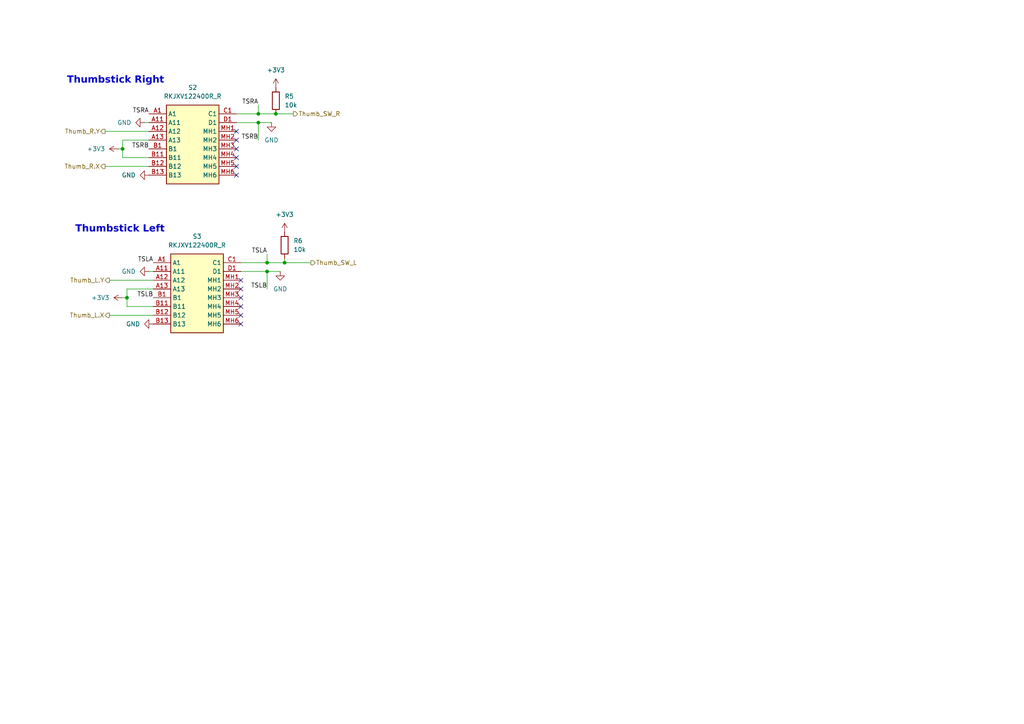
<source format=kicad_sch>
(kicad_sch (version 20250114) (generator "eeschema") (generator_version "9.0")
  (paper "A4")
  (lib_symbols
    (symbol "Device:R" (pin_numbers (hide yes)) (pin_names (offset 0))
      (property "Reference" "R" (at 2.032 0 90))
      (property "Value" "R" (at 0 0 90))
      (symbol "R_0_1"
        (rectangle (start -1.016 -2.54) (end 1.016 2.54) (stroke (width 0.254)))
      )
      (symbol "R_1_1"
        (pin passive line (at 0 3.81 270) (length 1.27) (name "~") (number "1"))
        (pin passive line (at 0 -3.81 90) (length 1.27) (name "~") (number "2"))
      )
    )
    (symbol "Thumbstick_RKJXV122400R:RKJXV122400R"
      (property "Reference" "S" (at 21.59 7.62 0))
      (property "Value" "RKJXV122400R" (at 21.59 5.08 0))
      (symbol "RKJXV122400R_1_1"
        (rectangle (start 5.08 2.54) (end 20.32 -20.32) (stroke (width 0.254)) (fill (type background)))
        (pin passive line (at 0 0 0) (length 5.08) (name "A1") (number "A1"))
        (pin passive line (at 0 -2.54 0) (length 5.08) (name "A11") (number "A11"))
        (pin passive line (at 0 -5.08 0) (length 5.08) (name "A12") (number "A12"))
        (pin passive line (at 0 -7.62 0) (length 5.08) (name "A13") (number "A13"))
        (pin passive line (at 0 -10.16 0) (length 5.08) (name "B1") (number "B1"))
        (pin passive line (at 0 -12.7 0) (length 5.08) (name "B11") (number "B11"))
        (pin passive line (at 0 -15.24 0) (length 5.08) (name "B12") (number "B12"))
        (pin passive line (at 0 -17.78 0) (length 5.08) (name "B13") (number "B13"))
        (pin passive line (at 25.4 0 180) (length 5.08) (name "C1") (number "C1"))
        (pin passive line (at 25.4 -2.54 180) (length 5.08) (name "D1") (number "D1"))
        (pin passive line (at 25.4 -5.08 180) (length 5.08) (name "MH1") (number "MH1"))
        (pin passive line (at 25.4 -7.62 180) (length 5.08) (name "MH2") (number "MH2"))
        (pin passive line (at 25.4 -10.16 180) (length 5.08) (name "MH3") (number "MH3"))
        (pin passive line (at 25.4 -12.7 180) (length 5.08) (name "MH4") (number "MH4"))
        (pin passive line (at 25.4 -15.24 180) (length 5.08) (name "MH5") (number "MH5"))
        (pin passive line (at 25.4 -17.78 180) (length 5.08) (name "MH6") (number "MH6"))
      )
    )
    (symbol "power:+3V3" (power) (pin_numbers (hide yes)) (pin_names (offset 0) (hide yes))
      (property "Value" "+3V3" (at 0 3.556 0))
      (symbol "+3V3_0_1"
        (polyline (pts (xy -0.762 1.27) (xy 0 2.54)))
        (polyline (pts (xy 0 2.54) (xy 0.762 1.27)))
        (polyline (pts (xy 0 0) (xy 0 2.54)))
      )
      (symbol "+3V3_1_1"
        (pin power_in line (at 0 0 90) (length 0) (name "~") (number "1"))
      )
    )
    (symbol "power:GND" (power) (pin_numbers (hide yes)) (pin_names (offset 0) (hide yes))
      (property "Value" "GND" (at 0 -3.81 0))
      (symbol "GND_0_1"
        (polyline (pts (xy 0 0) (xy 0 -1.27) (xy 1.27 -1.27) (xy 0 -2.54) (xy -1.27 -1.27) (xy 0 -1.27)))
      )
      (symbol "GND_1_1"
        (pin power_in line (at 0 0 270) (length 0) (name "~") (number "1"))
      )
    )
  )
  (text "Thumbstick Right" (at 33.528 23.876 0) (effects (font (size 2.032 2.032) (bold yes))))
  (text "Thumbstick Left" (at 34.798 67.056 0) (effects (font (size 2.032 2.032) (bold yes))))
  (junction (at 80.01 33.02))
  (junction (at 35.56 43.18))
  (junction (at 74.93 35.56))
  (junction (at 74.93 33.02))
  (junction (at 36.83 86.36))
  (junction (at 77.47 76.2))
  (junction (at 77.47 78.74))
  (junction (at 82.55 76.2))
  (no_connect (at 68.58 48.26))
  (no_connect (at 69.85 93.98))
  (no_connect (at 69.85 83.82))
  (no_connect (at 68.58 40.64))
  (no_connect (at 68.58 50.8))
  (no_connect (at 69.85 88.9))
  (no_connect (at 69.85 91.44))
  (no_connect (at 68.58 43.18))
  (no_connect (at 69.85 81.28))
  (no_connect (at 69.85 86.36))
  (no_connect (at 68.58 45.72))
  (no_connect (at 68.58 38.1))
  (wire (pts (xy 31.75 81.28) (xy 44.45 81.28)))
  (wire (pts (xy 68.58 33.02) (xy 74.93 33.02)))
  (wire (pts (xy 77.47 78.74) (xy 77.47 83.82)))
  (wire (pts (xy 80.01 33.02) (xy 85.09 33.02)))
  (wire (pts (xy 36.83 88.9) (xy 44.45 88.9)))
  (wire (pts (xy 36.83 86.36) (xy 36.83 88.9)))
  (wire (pts (xy 77.47 78.74) (xy 81.28 78.74)))
  (wire (pts (xy 77.47 76.2) (xy 82.55 76.2)))
  (wire (pts (xy 30.48 48.26) (xy 43.18 48.26)))
  (wire (pts (xy 74.93 30.48) (xy 74.93 33.02)))
  (wire (pts (xy 69.85 78.74) (xy 77.47 78.74)))
  (wire (pts (xy 82.55 74.93) (xy 82.55 76.2)))
  (wire (pts (xy 34.29 43.18) (xy 35.56 43.18)))
  (wire (pts (xy 35.56 43.18) (xy 35.56 45.72)))
  (wire (pts (xy 77.47 73.66) (xy 77.47 76.2)))
  (wire (pts (xy 35.56 40.64) (xy 43.18 40.64)))
  (wire (pts (xy 43.18 78.74) (xy 44.45 78.74)))
  (wire (pts (xy 74.93 33.02) (xy 80.01 33.02)))
  (wire (pts (xy 31.75 91.44) (xy 44.45 91.44)))
  (wire (pts (xy 30.48 38.1) (xy 43.18 38.1)))
  (wire (pts (xy 35.56 86.36) (xy 36.83 86.36)))
  (wire (pts (xy 68.58 35.56) (xy 74.93 35.56)))
  (wire (pts (xy 41.91 35.56) (xy 43.18 35.56)))
  (wire (pts (xy 82.55 76.2) (xy 90.17 76.2)))
  (wire (pts (xy 35.56 40.64) (xy 35.56 43.18)))
  (wire (pts (xy 74.93 35.56) (xy 74.93 40.64)))
  (wire (pts (xy 36.83 83.82) (xy 36.83 86.36)))
  (wire (pts (xy 35.56 45.72) (xy 43.18 45.72)))
  (wire (pts (xy 74.93 35.56) (xy 78.74 35.56)))
  (wire (pts (xy 36.83 83.82) (xy 44.45 83.82)))
  (wire (pts (xy 69.85 76.2) (xy 77.47 76.2)))
  (label "TSLA" (at 44.45 76.2 180))
  (label "TSRA" (at 43.18 33.02 180))
  (label "TSLB" (at 77.47 83.82 180))
  (label "TSLA" (at 77.47 73.66 180))
  (label "TSRA" (at 74.93 30.48 180))
  (label "TSRB" (at 74.93 40.64 180))
  (label "TSLB" (at 44.45 86.36 180))
  (label "TSRB" (at 43.18 43.18 180))
  (hierarchical_label "Thumb_SW_R" (shape output) (at 85.09 33.02 0))
  (hierarchical_label "Thumb_L.X" (shape output) (at 31.75 91.44 180))
  (hierarchical_label "Thumb_R.Y" (shape output) (at 30.48 38.1 180))
  (hierarchical_label "Thumb_SW_L" (shape output) (at 90.17 76.2 0))
  (hierarchical_label "Thumb_L.Y" (shape output) (at 31.75 81.28 180))
  (hierarchical_label "Thumb_R.X" (shape output) (at 30.48 48.26 180))
  (symbol (lib_id "power:GND") (at 43.18 50.8 270) (unit 1)
    (property "Reference" "#PWR025" (effects (hide yes)))
    (property "Value" "GND" (at 39.37 50.7999 90) (effects (justify right)))
    (property "Description" "Power symbol creates a global label with name \"GND\" , ground" (effects (hide yes)))
  )
  (symbol (lib_id "Device:R") (at 80.01 29.21 0) (unit 1)
    (property "Reference" "R5" (at 82.55 27.9399 0) (effects (justify left)))
    (property "Value" "10k" (at 82.55 30.4799 0) (effects (justify left)))
    (property "Description" "Resistor" (effects (hide yes)))
  )
  (symbol (lib_id "power:+3V3") (at 34.29 43.18 90) (unit 1)
    (property "Reference" "#PWR024" (effects (hide yes)))
    (property "Value" "+3V3" (at 30.48 43.1799 90) (effects (justify left)))
    (property "Description" "Power symbol creates a global label with name \"+3V3\"" (effects (hide yes)))
  )
  (symbol (lib_id "power:GND") (at 44.45 93.98 270) (unit 1)
    (property "Reference" "#PWR030" (effects (hide yes)))
    (property "Value" "GND" (at 40.64 93.9799 90) (effects (justify right)))
    (property "Description" "Power symbol creates a global label with name \"GND\" , ground" (effects (hide yes)))
  )
  (symbol (lib_id "power:GND") (at 43.18 78.74 270) (unit 1)
    (property "Reference" "#PWR027" (effects (hide yes)))
    (property "Value" "GND" (at 39.37 78.7399 90) (effects (justify right)))
    (property "Description" "Power symbol creates a global label with name \"GND\" , ground" (effects (hide yes)))
  )
  (symbol (lib_id "power:+3V3") (at 80.01 25.4 0) (unit 1)
    (property "Reference" "#PWR021" (effects (hide yes)))
    (property "Value" "+3V3" (at 80.01 20.32 0))
    (property "Description" "Power symbol creates a global label with name \"+3V3\"" (effects (hide yes)))
  )
  (symbol (lib_id "power:+3V3") (at 82.55 67.31 0) (unit 1)
    (property "Reference" "#PWR026" (effects (hide yes)))
    (property "Value" "+3V3" (at 82.55 62.23 0))
    (property "Description" "Power symbol creates a global label with name \"+3V3\"" (effects (hide yes)))
  )
  (symbol (lib_id "power:GND") (at 81.28 78.74 0) (unit 1)
    (property "Reference" "#PWR028" (effects (hide yes)))
    (property "Value" "GND" (at 81.28 83.82 0))
    (property "Description" "Power symbol creates a global label with name \"GND\" , ground" (effects (hide yes)))
  )
  (symbol (lib_id "Thumbstick_RKJXV122400R:RKJXV122400R") (at 43.18 33.02 0) (unit 1)
    (property "Reference" "S2" (at 55.88 25.4 0))
    (property "Value" "RKJXV122400R_R" (at 55.88 27.94 0))
    (property "Footprint" "Thumbstick_RKJXV122400R:RKJXV122400R" (effects (hide yes)))
    (property "Datasheet" "https://tech.alpsalpine.com/prod/e/html/multicontrol/potentiometer/rkjxk/rkjxv122400r.html" (effects (hide yes)))
    (property "Description" "Multi Control Devices Potentiometer Type ThumbPointer (Stick Controller) RKJXV Series" (effects (hide yes)))
    (property "Height" "18.95" (effects (hide yes)))
    (property "Manufacturer_Name" "ALPS Electric" (effects (hide yes)))
    (property "Manufacturer_Part_Number" "RKJXV122400R" (effects (hide yes)))
    (property "Mouser Part Number" "688-RKJXV122400R" (effects (hide yes)))
    (property "Mouser Price/Stock" "https://www.mouser.co.uk/ProductDetail/Alps-Alpine/RKJXV122400R?qs=GedFDFLaBXEbB%252ByoOVwLBg%3D%3D" (effects (hide yes)))
  )
  (symbol (lib_id "power:GND") (at 41.91 35.56 270) (unit 1)
    (property "Reference" "#PWR022" (effects (hide yes)))
    (property "Value" "GND" (at 38.1 35.5599 90) (effects (justify right)))
    (property "Description" "Power symbol creates a global label with name \"GND\" , ground" (effects (hide yes)))
  )
  (symbol (lib_id "power:GND") (at 78.74 35.56 0) (unit 1)
    (property "Reference" "#PWR023" (effects (hide yes)))
    (property "Value" "GND" (at 78.74 40.64 0))
    (property "Description" "Power symbol creates a global label with name \"GND\" , ground" (effects (hide yes)))
  )
  (symbol (lib_id "power:+3V3") (at 35.56 86.36 90) (unit 1)
    (property "Reference" "#PWR029" (effects (hide yes)))
    (property "Value" "+3V3" (at 31.75 86.3599 90) (effects (justify left)))
    (property "Description" "Power symbol creates a global label with name \"+3V3\"" (effects (hide yes)))
  )
  (symbol (lib_id "Device:R") (at 82.55 71.12 0) (unit 1)
    (property "Reference" "R6" (at 85.09 69.8499 0) (effects (justify left)))
    (property "Value" "10k" (at 85.09 72.3899 0) (effects (justify left)))
    (property "Description" "Resistor" (effects (hide yes)))
  )
  (symbol (lib_id "Thumbstick_RKJXV122400R:RKJXV122400R") (at 44.45 76.2 0) (unit 1)
    (property "Reference" "S3" (at 57.15 68.58 0))
    (property "Value" "RKJXV122400R_R" (at 57.15 71.12 0))
    (property "Footprint" "Thumbstick_RKJXV122400R:RKJXV122400R" (effects (hide yes)))
    (property "Datasheet" "https://tech.alpsalpine.com/prod/e/html/multicontrol/potentiometer/rkjxk/rkjxv122400r.html" (effects (hide yes)))
    (property "Description" "Multi Control Devices Potentiometer Type ThumbPointer (Stick Controller) RKJXV Series" (effects (hide yes)))
    (property "Height" "18.95" (effects (hide yes)))
    (property "Manufacturer_Name" "ALPS Electric" (effects (hide yes)))
    (property "Manufacturer_Part_Number" "RKJXV122400R" (effects (hide yes)))
    (property "Mouser Part Number" "688-RKJXV122400R" (effects (hide yes)))
    (property "Mouser Price/Stock" "https://www.mouser.co.uk/ProductDetail/Alps-Alpine/RKJXV122400R?qs=GedFDFLaBXEbB%252ByoOVwLBg%3D%3D" (effects (hide yes)))
  )
)
</source>
